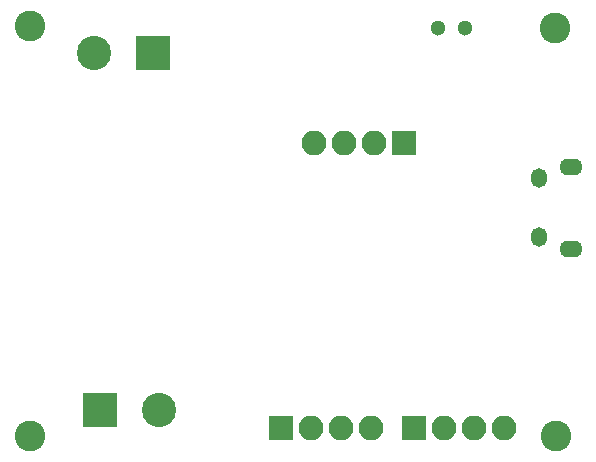
<source format=gbr>
G04 #@! TF.FileFunction,Soldermask,Bot*
%FSLAX46Y46*%
G04 Gerber Fmt 4.6, Leading zero omitted, Abs format (unit mm)*
G04 Created by KiCad (PCBNEW 4.0.5) date 2017 February 05, Sunday 16:15:56*
%MOMM*%
%LPD*%
G01*
G04 APERTURE LIST*
%ADD10C,0.100000*%
%ADD11C,1.300000*%
%ADD12R,2.100000X2.100000*%
%ADD13O,2.100000X2.100000*%
%ADD14R,2.900000X2.900000*%
%ADD15C,2.900000*%
%ADD16O,1.350000X1.650000*%
%ADD17O,1.950000X1.400000*%
%ADD18C,2.600000*%
G04 APERTURE END LIST*
D10*
D11*
X99638500Y-97802700D03*
X97338500Y-97802700D03*
D12*
X84023200Y-131648200D03*
D13*
X86563200Y-131648200D03*
X89103200Y-131648200D03*
X91643200Y-131648200D03*
D14*
X73152000Y-99949000D03*
D15*
X68152000Y-99949000D03*
D12*
X95300800Y-131711700D03*
D13*
X97840800Y-131711700D03*
X100380800Y-131711700D03*
X102920800Y-131711700D03*
D12*
X94411800Y-107518200D03*
D13*
X91871800Y-107518200D03*
X89331800Y-107518200D03*
X86791800Y-107518200D03*
D16*
X105863400Y-115555400D03*
X105863400Y-110555400D03*
D17*
X108563400Y-116555400D03*
X108563400Y-109555400D03*
D14*
X68707000Y-130175000D03*
D15*
X73707000Y-130175000D03*
D18*
X62738000Y-132334000D03*
X62738000Y-97663000D03*
X107315000Y-132334000D03*
X107188000Y-97790000D03*
M02*

</source>
